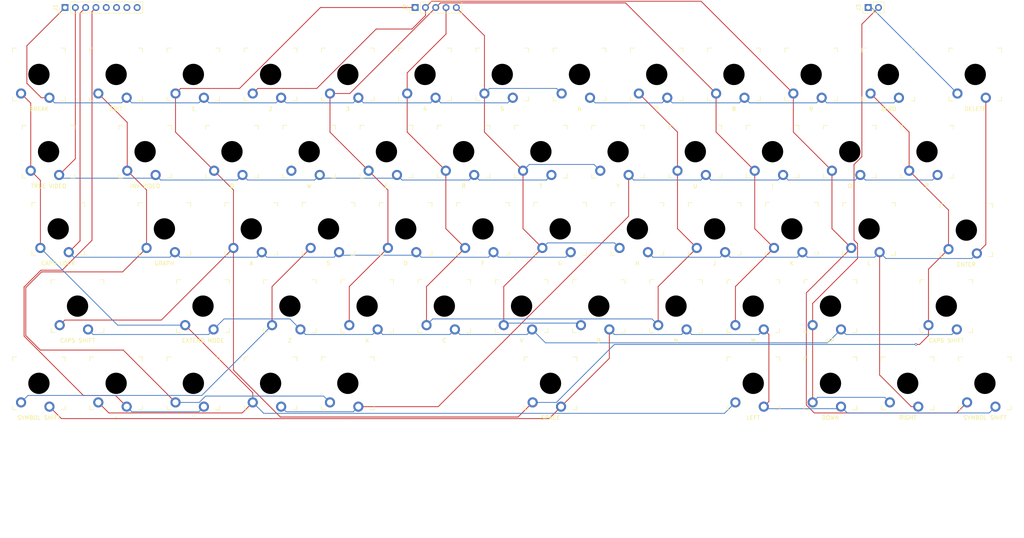
<source format=kicad_pcb>
(kicad_pcb (version 20241229) (generator "pcbnew") (generator_version "9.0")
  (title_block (title "ZX Spectrum Next Keyboard for Bare Board") (date "28/OCT/2025") (rev "A") (company "Brett Hallen") (comment 1 "www.youtube.com/@Brfff"))
  (layers (0 "F.Cu" signal) (2 "B.Cu" signal) (13 "F.Paste" user) (15 "B.Paste" user) (5 "F.SilkS" user "F.Silkscreen") (7 "B.SilkS" user "B.Silkscreen") (1 "F.Mask" user) (3 "B.Mask" user) (25 "Edge.Cuts" user))
  (net 0 "")
  (net 1 "COL3")
  (net 2 "COL8")
  (net 3 "COL4")
  (net 4 "COL7")
  (net 5 "COL1")
  (net 6 "COL6")
  (net 7 "COL2")
  (net 8 "COL5")
  (net 9 "ROW4")
  (net 10 "ROW5")
  (net 11 "ROW2")
  (net 12 "ROW3")
  (net 13 "ROW1")
  (net 14 "ROW6")
  (net 15 "ROW7")
  (footprint "Clueless_Engineer:SW_Gateron_LowProfile_THT" (layer "F.Cu") (at 92.1127 116.2)
    (property "Reference" "KD3" (hide yes))
    (property "Value" "Z")
  )
  (footprint "Clueless_Engineer:SW_Gateron_LowProfile_THT" (layer "F.Cu") (at 34.9626 97.15)
    (property "Reference" "KC1" (hide yes))
    (property "Value" "CAPS LOCK")
  )
  (footprint "Clueless_Engineer:SW_Gateron_LowProfile_THT" (layer "F.Cu") (at 206.4127 116.2)
    (property "Reference" "KD9" (hide yes))
    (property "Value" "M")
  )
  (footprint "Clueless_Engineer:SW_Gateron_LowProfile_THT" (layer "F.Cu") (at 168.3127 116.2)
    (property "Reference" "KD7" (hide yes))
    (property "Value" "B")
  )
  (footprint "Clueless_Engineer:SW_Gateron_LowProfile_THT" (layer "F.Cu") (at 68.3 135.25)
    (property "Reference" "KE3" (hide yes))
    (property "Value" "\"")
  )
  (footprint "Clueless_Engineer:SW_Gateron_LowProfile_THT" (layer "F.Cu") (at 49.25 59.05)
    (property "Reference" "KA2" (hide yes))
    (property "Value" "EDIT")
  )
  (footprint "Clueless_Engineer:SW_Gateron_LowProfile_THT" (layer "F.Cu") (at 192.125 78.1)
    (property "Reference" "KB9" (hide yes))
    (property "Value" "U")
  )
  (footprint "Clueless_Engineer:SW_Gateron_LowProfile_THT" (layer "F.Cu") (at 263.5627 135.25)
    (property "Reference" "KE13" (hide yes))
    (property "Value" "SYMBOL SHIFT")
  )
  (footprint "Clueless_Engineer:SW_Gateron_LowProfile_THT" (layer "F.Cu") (at 70.6814 116.2)
    (property "Reference" "KD2" (hide yes))
    (property "Value" "EXTEND MODE")
  )
  (footprint "Clueless_Engineer:SW_Gateron_LowProfile_THT" (layer "F.Cu") (at 187.3627 116.2)
    (property "Reference" "KD8" (hide yes))
    (property "Value" "N")
  )
  (footprint "Clueless_Engineer:SW_Gateron_LowProfile_THT" (layer "F.Cu") (at 32.5813 78.1)
    (property "Reference" "KB1" (hide yes))
    (property "Value" "TRUE VIDEO")
  )
  (footprint "Clueless_Engineer:SW_Gateron_LowProfile_THT" (layer "F.Cu") (at 163.55 59.05)
    (property "Reference" "KA8" (hide yes))
    (property "Value" "6")
  )
  (footprint "Clueless_Engineer:SW_Gateron_LowProfile_THT" (layer "F.Cu") (at 149.2627 116.2)
    (property "Reference" "KD6" (hide yes))
    (property "Value" "V")
  )
  (footprint "Clueless_Engineer:SW_Gateron_LowProfile_THT" (layer "F.Cu") (at 173.075 78.1)
    (property "Reference" "KB8" (hide yes))
    (property "Value" "Y")
  )
  (footprint "Clueless_Engineer:SW_Gateron_LowProfile_THT" (layer "F.Cu") (at 196.8876 97.15)
    (property "Reference" "KC9" (hide yes))
    (property "Value" "J")
  )
  (footprint "Clueless_Engineer:SW_Gateron_LowProfile_THT" (layer "F.Cu") (at 56.3938 78.1)
    (property "Reference" "KB2" (hide yes))
    (property "Value" "INV VIDEO")
  )
  (footprint "Clueless_Engineer:SW_Gateron_LowProfile_THT" (layer "F.Cu") (at 101.6376 97.15)
    (property "Reference" "KC4" (hide yes))
    (property "Value" "S")
  )
  (footprint "Clueless_Engineer:SW_Gateron_LowProfile_THT" (layer "F.Cu") (at 156.4 135.25)
    (property "Reference" "KE6" (hide yes))
    (property "Value" "SPACE")
  )
  (footprint "Clueless_Engineer:SW_Gateron_LowProfile_THT" (layer "F.Cu") (at 139.7376 97.15)
    (property "Reference" "KC6" (hide yes))
    (property "Value" "F")
  )
  (footprint "Clueless_Engineer:SW_Gateron_LowProfile_THT" (layer "F.Cu") (at 230.225 78.1)
    (property "Reference" "KB11" (hide yes))
    (property "Value" "O")
  )
  (footprint "Clueless_Engineer:SW_Gateron_LowProfile_THT" (layer "F.Cu") (at 96.875 78.1)
    (property "Reference" "KB4" (hide yes))
    (property "Value" "W")
  )
  (footprint "Clueless_Engineer:SW_Gateron_LowProfile_THT" (layer "F.Cu") (at 201.65 59.05)
    (property "Reference" "KA10" (hide yes))
    (property "Value" "8")
  )
  (footprint "Clueless_Engineer:SW_Gateron_LowProfile_THT" (layer "F.Cu") (at 120.6876 97.15)
    (property "Reference" "KC5" (hide yes))
    (property "Value" "D")
  )
  (footprint "Clueless_Engineer:SW_Gateron_LowProfile_THT" (layer "F.Cu") (at 215.9376 97.15)
    (property "Reference" "KC10" (hide yes))
    (property "Value" "K")
  )
  (footprint "Connector_PinHeader_2.54mm:PinHeader_1x08_P2.54mm_Vertical" (layer "F.Cu") (at 36.65 42.55 90)
    (property "Reference" "J1")
    (property "Value" "TOP")
  )
  (footprint "Clueless_Engineer:SW_Gateron_LowProfile_THT" (layer "F.Cu") (at 82.5876 97.15)
    (property "Reference" "KC3" (hide yes))
    (property "Value" "A")
  )
  (footprint "Clueless_Engineer:SW_Gateron_LowProfile_THT" (layer "F.Cu") (at 234.9876 97.15)
    (property "Reference" "KC11" (hide yes))
    (property "Value" "L")
  )
  (footprint "Clueless_Engineer:SW_Gateron_LowProfile_THT" (layer "F.Cu") (at 249.275 78.1)
    (property "Reference" "KB12" (hide yes))
    (property "Value" "P")
  )
  (footprint "Clueless_Engineer:SW_Gateron_LowProfile_THT" (layer "F.Cu") (at 115.925 78.1)
    (property "Reference" "KB5" (hide yes))
    (property "Value" "E")
  )
  (footprint "Clueless_Engineer:SW_Gateron_LowProfile_THT" (layer "F.Cu") (at 211.175 78.1)
    (property "Reference" "KB10" (hide yes))
    (property "Value" "I")
  )
  (footprint "Clueless_Engineer:SW_Gateron_LowProfile_THT" (layer "F.Cu") (at 87.35 59.05)
    (property "Reference" "KA4" (hide yes))
    (property "Value" "2")
  )
  (footprint "Clueless_Engineer:SW_Gateron_LowProfile_THT" (layer "F.Cu") (at 225.4627 116.2)
    (property "Reference" "KD10" (hide yes))
    (property "Value" "UP")
  )
  (footprint "Clueless_Engineer:SW_Gateron_LowProfile_THT" (layer "F.Cu") (at 182.6 59.05)
    (property "Reference" "KA9" (hide yes))
    (property "Value" "7")
  )
  (footprint "Clueless_Engineer:SW_Gateron_LowProfile_THT" (layer "F.Cu") (at 154.025 78.1)
    (property "Reference" "KB7" (hide yes))
    (property "Value" "T")
  )
  (footprint "Clueless_Engineer:SW_Gateron_LowProfile_THT" (layer "F.Cu") (at 106.4 59.05)
    (property "Reference" "KA5" (hide yes))
    (property "Value" "3")
  )
  (footprint "Clueless_Engineer:SW_Gateron_LowProfile_THT" (layer "F.Cu") (at 106.4 135.25)
    (property "Reference" "KE5" (hide yes))
    (property "Value" ".")
  )
  (footprint "Clueless_Engineer:SW_Gateron_LowProfile_THT" (layer "F.Cu") (at 144.5 59.05)
    (property "Reference" "KA7" (hide yes))
    (property "Value" "5")
  )
  (footprint "Clueless_Engineer:SW_Gateron_LowProfile_THT" (layer "F.Cu") (at 61.1564 97.15)
    (property "Reference" "KC2" (hide yes))
    (property "Value" "GRAPH")
  )
  (footprint "Clueless_Engineer:SW_Gateron_LowProfile_THT" (layer "F.Cu") (at 30.2 59.05)
    (property "Reference" "KA1" (hide yes))
    (property "Value" "BREAK")
  )
  (footprint "Clueless_Engineer:SW_Gateron_LowProfile_THT" (layer "F.Cu") (at 261.1813 59.05)
    (property "Reference" "KA13" (hide yes))
    (property "Value" "DELETE")
  )
  (footprint "Clueless_Engineer:SW_Gateron_LowProfile_THT" (layer "F.Cu") (at 206.4127 135.25)
    (property "Reference" "KE7" (hide yes))
    (property "Value" "LEFT")
  )
  (footprint "Clueless_Engineer:SW_Gateron_LowProfile_THT" (layer "F.Cu") (at 134.975 78.1)
    (property "Reference" "KB6" (hide yes))
    (property "Value" "R")
  )
  (footprint "Clueless_Engineer:SW_Gateron_LowProfile_THT" (layer "F.Cu") (at 39.7252 116.2)
    (property "Reference" "KD1" (hide yes))
    (property "Value" "CAPS SHIFT")
  )
  (footprint "Clueless_Engineer:SW_Gateron_LowProfile_THT" (layer "F.Cu") (at 130.2127 116.2)
    (property "Reference" "KD5" (hide yes))
    (property "Value" "C")
  )
  (footprint "Clueless_Engineer:SW_Gateron_LowProfile_THT" (layer "F.Cu") (at 125.45 59.05)
    (property "Reference" "KA6" (hide yes))
    (property "Value" "4")
  )
  (footprint "Clueless_Engineer:SW_Gateron_LowProfile_THT" (layer "F.Cu") (at 77.825 78.1)
    (property "Reference" "KB3" (hide yes))
    (property "Value" "Q")
  )
  (footprint "Clueless_Engineer:SW_Gateron_LowProfile_THT" (layer "F.Cu") (at 254.0377 116.2)
    (property "Reference" "KD11" (hide yes))
    (property "Value" "CAPS SHIFT")
  )
  (footprint "Clueless_Engineer:SW_Gateron_LowProfile_THT" (layer "F.Cu") (at 244.5127 135.25)
    (property "Reference" "KE9" (hide yes))
    (property "Value" "RIGHT")
  )
  (footprint "Clueless_Engineer:SW_Gateron_LowProfile_THT" (layer "F.Cu") (at 220.7 59.05)
    (property "Reference" "KA11" (hide yes))
    (property "Value" "9")
  )
  (footprint "Connector_PinHeader_2.54mm:PinHeader_1x05_P2.54mm_Vertical" (layer "F.Cu") (at 123.01 42.55 90)
    (property "Reference" "J2")
    (property "Value" "BOT")
  )
  (footprint "Clueless_Engineer:SW_Gateron_LowProfile_THT" (layer "F.Cu") (at 68.3 59.05)
    (property "Reference" "KA3" (hide yes))
    (property "Value" "1")
  )
  (footprint "Clueless_Engineer:SW_Gateron_LowProfile_THT" (layer "F.Cu") (at 87.35 135.25)
    (property "Reference" "KE4" (hide yes))
    (property "Value" ",")
  )
  (footprint "Clueless_Engineer:SW_Gateron_LowProfile_THT" (layer "F.Cu") (at 258.979742 97.45242)
    (property "Reference" "KB13" (hide yes))
    (property "Value" "ENTER")
  )
  (footprint "Clueless_Engineer:SW_Gateron_LowProfile_THT" (layer "F.Cu") (at 225.4627 135.25)
    (property "Reference" "KE8" (hide yes))
    (property "Value" "DOWN")
  )
  (footprint "Clueless_Engineer:SW_Gateron_LowProfile_THT" (layer "F.Cu") (at 158.7876 97.15)
    (property "Reference" "KC7" (hide yes))
    (property "Value" "G")
  )
  (footprint "Clueless_Engineer:SW_Gateron_LowProfile_THT" (layer "F.Cu") (at 30.2 135.25)
    (property "Reference" "KE1" (hide yes))
    (property "Value" "SYMBOL SHIFT")
  )
  (footprint "Clueless_Engineer:SW_Gateron_LowProfile_THT" (layer "F.Cu") (at 239.75 59.05)
    (property "Reference" "KA12" (hide yes))
    (property "Value" "ZERO")
  )
  (footprint "Connector_PinHeader_2.54mm:PinHeader_1x02_P2.54mm_Vertical" (layer "F.Cu") (at 234.77 42.55 90)
    (property "Reference" "J3")
    (property "Value" "2PIN")
  )
  (footprint "Clueless_Engineer:SW_Gateron_LowProfile_THT" (layer "F.Cu") (at 111.1627 116.2)
    (property "Reference" "KD4" (hide yes))
    (property "Value" "X")
  )
  (footprint "Clueless_Engineer:SW_Gateron_LowProfile_THT" (layer "F.Cu") (at 49.25 135.25)
    (property "Reference" "KE2" (hide yes))
    (property "Value" ";")
  )
  (footprint "Clueless_Engineer:SW_Gateron_LowProfile_THT" (layer "F.Cu") (at 177.8376 97.15)
    (property "Reference" "KC8" (hide yes))
    (property "Value" "H")
  )
  (segment (start 41.73 42.55) (end 40.35 43.93) (width 0.2) (layer "F.Cu") (net 1))
  (segment (start 40.35 100.1126) (end 37.5626 102.9) (width 0.2) (layer "F.Cu") (net 1))
  (segment (start 40.35 43.93) (end 40.35 100.1126) (width 0.2) (layer "F.Cu") (net 1))
  (segment (start 83.937601 104.149999) (end 85.1876 102.9) (width 0.2) (layer "B.Cu") (net 1))
  (segment (start 38.812599 104.149999) (end 62.506401 104.149999) (width 0.2) (layer "B.Cu") (net 1))
  (segment (start 143.587599 104.149999) (end 142.3376 102.9) (width 0.2) (layer "B.Cu") (net 1))
  (segment (start 85.1876 102.9) (end 86.437599 104.149999) (width 0.2) (layer "B.Cu") (net 1))
  (segment (start 160.137601 104.149999) (end 143.587599 104.149999) (width 0.2) (layer "B.Cu") (net 1))
  (segment (start 63.7564 102.9) (end 65.006399 104.149999) (width 0.2) (layer "B.Cu") (net 1))
  (segment (start 104.2376 102.9) (end 104.9876 103.65) (width 0.2) (layer "B.Cu") (net 1))
  (segment (start 104.9876 103.65) (end 122.5376 103.65) (width 0.2) (layer "B.Cu") (net 1))
  (segment (start 124.537599 104.149999) (end 141.087601 104.149999) (width 0.2) (layer "B.Cu") (net 1))
  (segment (start 65.006399 104.149999) (end 83.937601 104.149999) (width 0.2) (layer "B.Cu") (net 1))
  (segment (start 86.437599 104.149999) (end 102.987601 104.149999) (width 0.2) (layer "B.Cu") (net 1))
  (segment (start 161.3876 102.9) (end 160.137601 104.149999) (width 0.2) (layer "B.Cu") (net 1))
  (segment (start 102.987601 104.149999) (end 104.2376 102.9) (width 0.2) (layer "B.Cu") (net 1))
  (segment (start 123.2876 102.9) (end 124.537599 104.149999) (width 0.2) (layer "B.Cu") (net 1))
  (segment (start 37.5626 102.9) (end 38.812599 104.149999) (width 0.2) (layer "B.Cu") (net 1))
  (segment (start 122.5376 103.65) (end 123.2876 102.9) (width 0.2) (layer "B.Cu") (net 1))
  (segment (start 62.506401 104.149999) (end 63.7564 102.9) (width 0.2) (layer "B.Cu") (net 1))
  (segment (start 141.087601 104.149999) (end 142.3376 102.9) (width 0.2) (layer "B.Cu") (net 1))
  (segment (start 210.262699 139.750001) (end 209.0127 141) (width 0.2) (layer "F.Cu") (net 2))
  (segment (start 170.9127 129.0873) (end 159 141) (width 0.2) (layer "F.Cu") (net 2))
  (segment (start 209.0127 121.95) (end 210.262699 123.199999) (width 0.2) (layer "F.Cu") (net 2))
  (segment (start 35.751 143.951) (end 156.049 143.951) (width 0.2) (layer "F.Cu") (net 2))
  (segment (start 210.262699 123.199999) (end 210.262699 139.750001) (width 0.2) (layer "F.Cu") (net 2))
  (segment (start 170.9127 121.95) (end 170.9127 129.0873) (width 0.2) (layer "F.Cu") (net 2))
  (segment (start 32.8 141) (end 35.751 143.951) (width 0.2) (layer "F.Cu") (net 2))
  (segment (start 156.049 143.951) (end 159 141) (width 0.2) (layer "F.Cu") (net 2))
  (segment (start 191.212699 123.199999) (end 207.762701 123.199999) (width 0.2) (layer "B.Cu") (net 2))
  (segment (start 209.0127 141) (end 209.5137 141.501) (width 0.2) (layer "B.Cu") (net 2))
  (segment (start 188.712701 123.199999) (end 189.9627 121.95) (width 0.2) (layer "B.Cu") (net 2))
  (segment (start 229.6137 142.551) (end 264.6117 142.551) (width 0.2) (layer "B.Cu") (net 2))
  (segment (start 264.6117 142.551) (end 266.1627 141) (width 0.2) (layer "B.Cu") (net 2))
  (segment (start 189.9627 121.95) (end 191.212699 123.199999) (width 0.2) (layer "B.Cu") (net 2))
  (segment (start 207.762701 123.199999) (end 209.0127 121.95) (width 0.2) (layer "B.Cu") (net 2))
  (segment (start 209.5137 141.501) (end 227.5617 141.501) (width 0.2) (layer "B.Cu") (net 2))
  (segment (start 228.0627 141) (end 229.6137 142.551) (width 0.2) (layer "B.Cu") (net 2))
  (segment (start 170.9127 121.95) (end 172.162699 123.199999) (width 0.2) (layer "B.Cu") (net 2))
  (segment (start 227.5617 141.501) (end 228.0627 141) (width 0.2) (layer "B.Cu") (net 2))
  (segment (start 172.162699 123.199999) (end 188.712701 123.199999) (width 0.2) (layer "B.Cu") (net 2))
  (segment (start 41.1589 138.226) (end 49.076 138.226) (width 0.2) (layer "F.Cu") (net 3))
  (segment (start 52.226 140.624) (end 51.85 141) (width 0.2) (layer "F.Cu") (net 3))
  (segment (start 26.549 123.6161) (end 41.1589 138.226) (width 0.2) (layer "F.Cu") (net 3))
  (segment (start 30.6839 107.349) (end 26.549 111.4839) (width 0.2) (layer "F.Cu") (net 3))
  (segment (start 26.549 111.4839) (end 26.549 123.6161) (width 0.2) (layer "F.Cu") (net 3))
  (segment (start 49.076 138.226) (end 51.85 141) (width 0.2) (layer "F.Cu") (net 3))
  (segment (start 43.299 99.9577) (end 35.9077 107.349) (width 0.2) (layer "F.Cu") (net 3))
  (segment (start 35.9077 107.349) (end 30.6839 107.349) (width 0.2) (layer "F.Cu") (net 3))
  (segment (start 44.27 42.55) (end 43.299 43.521) (width 0.2) (layer "F.Cu") (net 3))
  (segment (start 43.299 43.521) (end 43.299 99.9577) (width 0.2) (layer "F.Cu") (net 3))
  (segment (start 222.050001 66.049999) (end 205.499999 66.049999) (width 0.2) (layer "B.Cu") (net 3))
  (segment (start 224.549999 66.049999) (end 223.3 64.8) (width 0.2) (layer "B.Cu") (net 3))
  (segment (start 186.449999 66.049999) (end 203.000001 66.049999) (width 0.2) (layer "B.Cu") (net 3))
  (segment (start 167.399999 66.049999) (end 183.950001 66.049999) (width 0.2) (layer "B.Cu") (net 3))
  (segment (start 242.35 64.8) (end 241.100001 66.049999) (width 0.2) (layer "B.Cu") (net 3))
  (segment (start 166.15 64.8) (end 167.399999 66.049999) (width 0.2) (layer "B.Cu") (net 3))
  (segment (start 51.85 141) (end 53.099999 142.249999) (width 0.2) (layer "B.Cu") (net 3))
  (segment (start 69.650001 142.249999) (end 70.9 141) (width 0.2) (layer "B.Cu") (net 3))
  (segment (start 205.499999 66.049999) (end 204.25 64.8) (width 0.2) (layer "B.Cu") (net 3))
  (segment (start 203.000001 66.049999) (end 204.25 64.8) (width 0.2) (layer "B.Cu") (net 3))
  (segment (start 223.3 64.8) (end 222.050001 66.049999) (width 0.2) (layer "B.Cu") (net 3))
  (segment (start 241.100001 66.049999) (end 224.549999 66.049999) (width 0.2) (layer "B.Cu") (net 3))
  (segment (start 185.2 64.8) (end 186.449999 66.049999) (width 0.2) (layer "B.Cu") (net 3))
  (segment (start 53.099999 142.249999) (end 69.650001 142.249999) (width 0.2) (layer "B.Cu") (net 3))
  (segment (start 183.950001 66.049999) (end 185.2 64.8) (width 0.2) (layer "B.Cu") (net 3))
  (segment (start 245.4 141) (end 247.1127 141) (width 0.2) (layer "F.Cu") (net 4))
  (segment (start 237.5876 102.9) (end 237.5876 133.1876) (width 0.2) (layer "F.Cu") (net 4))
  (segment (start 263.7813 101.000862) (end 261.579742 103.20242) (width 0.2) (layer "F.Cu") (net 4))
  (segment (start 263.7813 64.8) (end 263.7813 101.000862) (width 0.2) (layer "F.Cu") (net 4))
  (segment (start 237.5876 133.1876) (end 245.4 141) (width 0.2) (layer "F.Cu") (net 4))
  (segment (start 239.140019 104.452419) (end 237.5876 102.9) (width 0.2) (layer "B.Cu") (net 4))
  (segment (start 217.287601 104.149999) (end 200.737599 104.149999) (width 0.2) (layer "B.Cu") (net 4))
  (segment (start 237.5876 102.9) (end 236.337601 104.149999) (width 0.2) (layer "B.Cu") (net 4))
  (segment (start 261.579742 103.20242) (end 260.329743 104.452419) (width 0.2) (layer "B.Cu") (net 4))
  (segment (start 260.329743 104.452419) (end 239.140019 104.452419) (width 0.2) (layer "B.Cu") (net 4))
  (segment (start 199.4876 102.9) (end 198.237601 104.149999) (width 0.2) (layer "B.Cu") (net 4))
  (segment (start 219.787599 104.149999) (end 218.5376 102.9) (width 0.2) (layer "B.Cu") (net 4))
  (segment (start 198.237601 104.149999) (end 181.687599 104.149999) (width 0.2) (layer "B.Cu") (net 4))
  (segment (start 218.5376 102.9) (end 217.287601 104.149999) (width 0.2) (layer "B.Cu") (net 4))
  (segment (start 236.337601 104.149999) (end 219.787599 104.149999) (width 0.2) (layer "B.Cu") (net 4))
  (segment (start 200.737599 104.149999) (end 199.4876 102.9) (width 0.2) (layer "B.Cu") (net 4))
  (segment (start 181.687599 104.149999) (end 180.4376 102.9) (width 0.2) (layer "B.Cu") (net 4))
  (segment (start 27.224 51.976) (end 27.224 61.224) (width 0.2) (layer "F.Cu") (net 5))
  (segment (start 27.224 61.224) (end 30.8 64.8) (width 0.2) (layer "F.Cu") (net 5))
  (segment (start 36.65 42.55) (end 27.224 51.976) (width 0.2) (layer "F.Cu") (net 5))
  (segment (start 30.8 64.8) (end 32.8 64.8) (width 0.2) (layer "F.Cu") (net 5))
  (segment (start 126.800001 66.049999) (end 128.05 64.8) (width 0.2) (layer "B.Cu") (net 5))
  (segment (start 88.700001 66.049999) (end 89.95 64.8) (width 0.2) (layer "B.Cu") (net 5))
  (segment (start 50.600001 66.049999) (end 51.85 64.8) (width 0.2) (layer "B.Cu") (net 5))
  (segment (start 128.05 64.8) (end 129.299999 66.049999) (width 0.2) (layer "B.Cu") (net 5))
  (segment (start 69.650001 66.049999) (end 70.9 64.8) (width 0.2) (layer "B.Cu") (net 5))
  (segment (start 129.299999 66.049999) (end 145.850001 66.049999) (width 0.2) (layer "B.Cu") (net 5))
  (segment (start 107.750001 66.049999) (end 109 64.8) (width 0.2) (layer "B.Cu") (net 5))
  (segment (start 145.850001 66.049999) (end 147.1 64.8) (width 0.2) (layer "B.Cu") (net 5))
  (segment (start 53.099999 66.049999) (end 69.650001 66.049999) (width 0.2) (layer "B.Cu") (net 5))
  (segment (start 70.9 64.8) (end 72.149999 66.049999) (width 0.2) (layer "B.Cu") (net 5))
  (segment (start 110.249999 66.049999) (end 126.800001 66.049999) (width 0.2) (layer "B.Cu") (net 5))
  (segment (start 32.8 64.8) (end 34.049999 66.049999) (width 0.2) (layer "B.Cu") (net 5))
  (segment (start 91.199999 66.049999) (end 107.750001 66.049999) (width 0.2) (layer "B.Cu") (net 5))
  (segment (start 51.85 64.8) (end 53.099999 66.049999) (width 0.2) (layer "B.Cu") (net 5))
  (segment (start 72.149999 66.049999) (end 88.700001 66.049999) (width 0.2) (layer "B.Cu") (net 5))
  (segment (start 89.95 64.8) (end 91.199999 66.049999) (width 0.2) (layer "B.Cu") (net 5))
  (segment (start 109 64.8) (end 110.249999 66.049999) (width 0.2) (layer "B.Cu") (net 5))
  (segment (start 34.049999 66.049999) (end 50.600001 66.049999) (width 0.2) (layer "B.Cu") (net 5))
  (segment (start 72.2227 121.95) (end 73.2814 121.95) (width 0.2) (layer "F.Cu") (net 6))
  (segment (start 73.2814 121.95) (end 75.8824 119.349) (width 0.2) (layer "B.Cu") (net 6))
  (segment (start 155.1627 125.25) (end 151.8627 121.95) (width 0.2) (layer "B.Cu") (net 6))
  (segment (start 131.562701 123.199999) (end 132.8127 121.95) (width 0.2) (layer "B.Cu") (net 6))
  (segment (start 255.387701 123.199999) (end 229.312699 123.199999) (width 0.2) (layer "B.Cu") (net 6))
  (segment (start 112.512701 123.199999) (end 113.7627 121.95) (width 0.2) (layer "B.Cu") (net 6))
  (segment (start 150.612701 123.199999) (end 151.8627 121.95) (width 0.2) (layer "B.Cu") (net 6))
  (segment (start 75.8824 119.349) (end 92.1117 119.349) (width 0.2) (layer "B.Cu") (net 6))
  (segment (start 43.575199 123.199999) (end 72.031401 123.199999) (width 0.2) (layer "B.Cu") (net 6))
  (segment (start 94.7127 121.95) (end 95.962699 123.199999) (width 0.2) (layer "B.Cu") (net 6))
  (segment (start 224.7627 125.25) (end 155.1627 125.25) (width 0.2) (layer "B.Cu") (net 6))
  (segment (start 92.1117 119.349) (end 94.7127 121.95) (width 0.2) (layer "B.Cu") (net 6))
  (segment (start 134.062699 123.199999) (end 150.612701 123.199999) (width 0.2) (layer "B.Cu") (net 6))
  (segment (start 132.8127 121.95) (end 134.062699 123.199999) (width 0.2) (layer "B.Cu") (net 6))
  (segment (start 228.0627 121.95) (end 224.7627 125.25) (width 0.2) (layer "B.Cu") (net 6))
  (segment (start 113.7627 121.95) (end 115.012699 123.199999) (width 0.2) (layer "B.Cu") (net 6))
  (segment (start 72.031401 123.199999) (end 73.2814 121.95) (width 0.2) (layer "B.Cu") (net 6))
  (segment (start 229.312699 123.199999) (end 228.0627 121.95) (width 0.2) (layer "B.Cu") (net 6))
  (segment (start 95.962699 123.199999) (end 112.512701 123.199999) (width 0.2) (layer "B.Cu") (net 6))
  (segment (start 256.6377 121.95) (end 255.387701 123.199999) (width 0.2) (layer "B.Cu") (net 6))
  (segment (start 115.012699 123.199999) (end 131.562701 123.199999) (width 0.2) (layer "B.Cu") (net 6))
  (segment (start 42.3252 121.95) (end 43.575199 123.199999) (width 0.2) (layer "B.Cu") (net 6))
  (segment (start 39.19 42.55) (end 39.19 79.8413) (width 0.2) (layer "F.Cu") (net 7))
  (segment (start 39.19 79.8413) (end 35.1813 83.85) (width 0.2) (layer "F.Cu") (net 7))
  (segment (start 35.1813 83.85) (end 35.9813 84.65) (width 0.2) (layer "B.Cu") (net 7))
  (segment (start 58.1938 84.65) (end 58.9938 83.85) (width 0.2) (layer "B.Cu") (net 7))
  (segment (start 137.575 83.85) (end 138.824999 85.099999) (width 0.2) (layer "B.Cu") (net 7))
  (segment (start 155.375001 85.099999) (end 156.625 83.85) (width 0.2) (layer "B.Cu") (net 7))
  (segment (start 79.175001 85.099999) (end 80.425 83.85) (width 0.2) (layer "B.Cu") (net 7))
  (segment (start 136.325001 85.099999) (end 137.575 83.85) (width 0.2) (layer "B.Cu") (net 7))
  (segment (start 117.725 84.65) (end 118.525 83.85) (width 0.2) (layer "B.Cu") (net 7))
  (segment (start 99.475 83.85) (end 100.275 84.65) (width 0.2) (layer "B.Cu") (net 7))
  (segment (start 98.225001 85.099999) (end 99.475 83.85) (width 0.2) (layer "B.Cu") (net 7))
  (segment (start 119.774999 85.099999) (end 136.325001 85.099999) (width 0.2) (layer "B.Cu") (net 7))
  (segment (start 35.9813 84.65) (end 58.1938 84.65) (width 0.2) (layer "B.Cu") (net 7))
  (segment (start 60.243799 85.099999) (end 79.175001 85.099999) (width 0.2) (layer "B.Cu") (net 7))
  (segment (start 80.425 83.85) (end 81.674999 85.099999) (width 0.2) (layer "B.Cu") (net 7))
  (segment (start 58.9938 83.85) (end 60.243799 85.099999) (width 0.2) (layer "B.Cu") (net 7))
  (segment (start 138.824999 85.099999) (end 155.375001 85.099999) (width 0.2) (layer "B.Cu") (net 7))
  (segment (start 118.525 83.85) (end 119.774999 85.099999) (width 0.2) (layer "B.Cu") (net 7))
  (segment (start 100.275 84.65) (end 117.725 84.65) (width 0.2) (layer "B.Cu") (net 7))
  (segment (start 81.674999 85.099999) (end 98.225001 85.099999) (width 0.2) (layer "B.Cu") (net 7))
  (segment (start 128.7 141) (end 175.675 94.025) (width 0.2) (layer "F.Cu") (net 8))
  (segment (start 175.675 94.025) (end 175.675 83.85) (width 0.2) (layer "F.Cu") (net 8))
  (segment (start 109 141) (end 128.7 141) (width 0.2) (layer "F.Cu") (net 8))
  (segment (start 212.525001 85.099999) (end 213.775 83.85) (width 0.2) (layer "B.Cu") (net 8))
  (segment (start 232.825 83.85) (end 234.074999 85.099999) (width 0.2) (layer "B.Cu") (net 8))
  (segment (start 250.625001 85.099999) (end 251.875 83.85) (width 0.2) (layer "B.Cu") (net 8))
  (segment (start 107.750001 142.249999) (end 109 141) (width 0.2) (layer "B.Cu") (net 8))
  (segment (start 175.675 83.85) (end 176.924999 85.099999) (width 0.2) (layer "B.Cu") (net 8))
  (segment (start 176.924999 85.099999) (end 193.475001 85.099999) (width 0.2) (layer "B.Cu") (net 8))
  (segment (start 91.199999 142.249999) (end 107.750001 142.249999) (width 0.2) (layer "B.Cu") (net 8))
  (segment (start 89.95 141) (end 91.199999 142.249999) (width 0.2) (layer "B.Cu") (net 8))
  (segment (start 234.074999 85.099999) (end 250.625001 85.099999) (width 0.2) (layer "B.Cu") (net 8))
  (segment (start 194.725 83.85) (end 195.974999 85.099999) (width 0.2) (layer "B.Cu") (net 8))
  (segment (start 231.575001 85.099999) (end 232.825 83.85) (width 0.2) (layer "B.Cu") (net 8))
  (segment (start 195.974999 85.099999) (end 212.525001 85.099999) (width 0.2) (layer "B.Cu") (net 8))
  (segment (start 213.775 83.85) (end 215.024999 85.099999) (width 0.2) (layer "B.Cu") (net 8))
  (segment (start 193.475001 85.099999) (end 194.725 83.85) (width 0.2) (layer "B.Cu") (net 8))
  (segment (start 215.024999 85.099999) (end 231.575001 85.099999) (width 0.2) (layer "B.Cu") (net 8))
  (segment (start 192.4876 101.85) (end 182.9627 111.3749) (width 0.2) (layer "F.Cu") (net 9))
  (segment (start 130.63 49.07) (end 130.63 42.55) (width 0.2) (layer "F.Cu") (net 9))
  (segment (start 121.05 58.65) (end 130.63 49.07) (width 0.2) (layer "F.Cu") (net 9))
  (segment (start 125.8127 111.3749) (end 125.8127 120.9) (width 0.2) (layer "F.Cu") (net 9))
  (segment (start 182.9627 111.3749) (end 182.9627 120.9) (width 0.2) (layer "F.Cu") (net 9))
  (segment (start 187.725 97.0874) (end 192.4876 101.85) (width 0.2) (layer "F.Cu") (net 9))
  (segment (start 130.575 97.0874) (end 135.3376 101.85) (width 0.2) (layer "F.Cu") (net 9))
  (segment (start 121.05 63.75) (end 121.05 58.65) (width 0.2) (layer "F.Cu") (net 9))
  (segment (start 178.2 63.75) (end 187.725 73.275) (width 0.2) (layer "F.Cu") (net 9))
  (segment (start 135.3376 101.85) (end 125.8127 111.3749) (width 0.2) (layer "F.Cu") (net 9))
  (segment (start 187.725 73.275) (end 187.725 82.8) (width 0.2) (layer "F.Cu") (net 9))
  (segment (start 187.725 82.8) (end 187.725 97.0874) (width 0.2) (layer "F.Cu") (net 9))
  (segment (start 121.05 73.275) (end 130.575 82.8) (width 0.2) (layer "F.Cu") (net 9))
  (segment (start 121.05 63.75) (end 121.05 73.275) (width 0.2) (layer "F.Cu") (net 9))
  (segment (start 130.575 82.8) (end 130.575 97.0874) (width 0.2) (layer "F.Cu") (net 9))
  (segment (start 125.8127 120.9) (end 127.3637 119.349) (width 0.2) (layer "B.Cu") (net 9))
  (segment (start 127.3637 119.349) (end 181.4117 119.349) (width 0.2) (layer "B.Cu") (net 9))
  (segment (start 181.4117 119.349) (end 182.9627 120.9) (width 0.2) (layer "B.Cu") (net 9))
  (segment (start 140.1 49.48) (end 140.1 63.75) (width 0.2) (layer "F.Cu") (net 10))
  (segment (start 149.625 97.0874) (end 154.3876 101.85) (width 0.2) (layer "F.Cu") (net 10))
  (segment (start 144.8627 120.9) (end 144.8627 111.3749) (width 0.2) (layer "F.Cu") (net 10))
  (segment (start 140.1 73.275) (end 149.625 82.8) (width 0.2) (layer "F.Cu") (net 10))
  (segment (start 144.8627 111.3749) (end 154.3876 101.85) (width 0.2) (layer "F.Cu") (net 10))
  (segment (start 133.17 42.55) (end 140.1 49.48) (width 0.2) (layer "F.Cu") (net 10))
  (segment (start 140.1 63.75) (end 140.1 73.275) (width 0.2) (layer "F.Cu") (net 10))
  (segment (start 149.625 82.8) (end 149.625 97.0874) (width 0.2) (layer "F.Cu") (net 10))
  (segment (start 141.349999 62.500001) (end 157.900001 62.500001) (width 0.2) (layer "B.Cu") (net 10))
  (segment (start 144.8627 120.9) (end 145.3637 120.399) (width 0.2) (layer "B.Cu") (net 10))
  (segment (start 155.637599 100.600001) (end 154.3876 101.85) (width 0.2) (layer "B.Cu") (net 10))
  (segment (start 140.1 63.75) (end 141.349999 62.500001) (width 0.2) (layer "B.Cu") (net 10))
  (segment (start 167.125 81.25) (end 168.675 82.8) (width 0.2) (layer "B.Cu") (net 10))
  (segment (start 163.4117 120.399) (end 163.9127 120.9) (width 0.2) (layer "B.Cu") (net 10))
  (segment (start 173.4376 101.85) (end 172.187601 100.600001) (width 0.2) (layer "B.Cu") (net 10))
  (segment (start 145.3637 120.399) (end 163.4117 120.399) (width 0.2) (layer "B.Cu") (net 10))
  (segment (start 151.175 81.25) (end 167.125 81.25) (width 0.2) (layer "B.Cu") (net 10))
  (segment (start 149.625 82.8) (end 151.175 81.25) (width 0.2) (layer "B.Cu") (net 10))
  (segment (start 172.187601 100.600001) (end 155.637599 100.600001) (width 0.2) (layer "B.Cu") (net 10))
  (segment (start 157.900001 62.500001) (end 159.15 63.75) (width 0.2) (layer "B.Cu") (net 10))
  (segment (start 98.741299 62.500001) (end 113.3913 47.85) (width 0.2) (layer "F.Cu") (net 11))
  (segment (start 225.825 97.0874) (end 230.5876 101.85) (width 0.2) (layer "F.Cu") (net 11))
  (segment (start 221.470254 142.551) (end 219.5117 140.592446) (width 0.2) (layer "F.Cu") (net 11))
  (segment (start 125.55 44.5229) (end 125.55 42.55) (width 0.2) (layer "F.Cu") (net 11))
  (segment (start 256.5617 142.551) (end 221.470254 142.551) (width 0.2) (layer "F.Cu") (net 11))
  (segment (start 193.548 40.998) (end 216.3 63.75) (width 0.2) (layer "F.Cu") (net 11))
  (segment (start 87.7127 120.9) (end 87.7127 111.3749) (width 0.2) (layer "F.Cu") (net 11))
  (segment (start 82.95 63.75) (end 84.199999 62.500001) (width 0.2) (layer "F.Cu") (net 11))
  (segment (start 113.3913 47.85) (end 122.2229 47.85) (width 0.2) (layer "F.Cu") (net 11))
  (segment (start 127.102 40.998) (end 193.548 40.998) (width 0.2) (layer "F.Cu") (net 11))
  (segment (start 84.199999 62.500001) (end 98.741299 62.500001) (width 0.2) (layer "F.Cu") (net 11))
  (segment (start 219.5117 112.9259) (end 230.5876 101.85) (width 0.2) (layer "F.Cu") (net 11))
  (segment (start 216.3 63.75) (end 216.3 73.275) (width 0.2) (layer "F.Cu") (net 11))
  (segment (start 216.3 73.275) (end 225.825 82.8) (width 0.2) (layer "F.Cu") (net 11))
  (segment (start 259.1627 139.95) (end 256.5617 142.551) (width 0.2) (layer "F.Cu") (net 11))
  (segment (start 122.2229 47.85) (end 125.55 44.5229) (width 0.2) (layer "F.Cu") (net 11))
  (segment (start 125.55 42.55) (end 127.102 40.998) (width 0.2) (layer "F.Cu") (net 11))
  (segment (start 225.825 82.8) (end 225.825 97.0874) (width 0.2) (layer "F.Cu") (net 11))
  (segment (start 87.7127 111.3749) (end 97.2376 101.85) (width 0.2) (layer "F.Cu") (net 11))
  (segment (start 219.5117 140.592446) (end 219.5117 112.9259) (width 0.2) (layer "F.Cu") (net 11))
  (segment (start 70.3867 138.226) (end 87.7127 120.9) (width 0.2) (layer "B.Cu") (net 11))
  (segment (start 25.8 139.95) (end 27.524 138.226) (width 0.2) (layer "B.Cu") (net 11))
  (segment (start 27.524 138.226) (end 70.3867 138.226) (width 0.2) (layer "B.Cu") (net 11))
  (segment (start 174.899 41.399) (end 197.25 63.75) (width 0.2) (layer "F.Cu") (net 12))
  (segment (start 116.2876 101.85) (end 116.2876 87.5626) (width 0.2) (layer "F.Cu") (net 12))
  (segment (start 116.2876 87.5626) (end 111.525 82.8) (width 0.2) (layer "F.Cu") (net 12))
  (segment (start 102 73.275) (end 102 63.75) (width 0.2) (layer "F.Cu") (net 12))
  (segment (start 106.7627 120.9) (end 106.7627 111.3749) (width 0.2) (layer "F.Cu") (net 12))
  (segment (start 106.89 63.75) (end 128.09 42.55) (width 0.2) (layer "F.Cu") (net 12))
  (segment (start 197.25 73.275) (end 206.775 82.8) (width 0.2) (layer "F.Cu") (net 12))
  (segment (start 206.775 97.0874) (end 211.5376 101.85) (width 0.2) (layer "F.Cu") (net 12))
  (segment (start 211.5376 101.85) (end 202.0127 111.3749) (width 0.2) (layer "F.Cu") (net 12))
  (segment (start 197.25 63.75) (end 197.25 73.275) (width 0.2) (layer "F.Cu") (net 12))
  (segment (start 202.0127 111.3749) (end 202.0127 120.9) (width 0.2) (layer "F.Cu") (net 12))
  (segment (start 106.7627 111.3749) (end 116.2876 101.85) (width 0.2) (layer "F.Cu") (net 12))
  (segment (start 128.09 42.55) (end 129.241 41.399) (width 0.2) (layer "F.Cu") (net 12))
  (segment (start 206.775 82.8) (end 206.775 97.0874) (width 0.2) (layer "F.Cu") (net 12))
  (segment (start 102 63.75) (end 106.89 63.75) (width 0.2) (layer "F.Cu") (net 12))
  (segment (start 111.525 82.8) (end 102 73.275) (width 0.2) (layer "F.Cu") (net 12))
  (segment (start 129.241 41.399) (end 174.899 41.399) (width 0.2) (layer "F.Cu") (net 12))
  (segment (start 247.45 125.65) (end 246.55 125.65) (width 0.2) (layer "F.Cu") (net 13))
  (segment (start 148.4 143.55) (end 152 139.95) (width 0.2) (layer "F.Cu") (net 13))
  (segment (start 244.875 73.275) (end 235.35 63.75) (width 0.2) (layer "F.Cu") (net 13))
  (segment (start 78.1876 101.85) (end 78.1876 87.5626) (width 0.2) (layer "F.Cu") (net 13))
  (segment (start 78.1876 87.5626) (end 73.425 82.8) (width 0.2) (layer "F.Cu") (net 13))
  (segment (start 249.6377 120.9) (end 249.6377 123.4623) (width 0.2) (layer "F.Cu") (net 13))
  (segment (start 99.6413 42.55) (end 123.01 42.55) (width 0.2) (layer "F.Cu") (net 13))
  (segment (start 79.691299 62.500001) (end 99.6413 42.55) (width 0.2) (layer "F.Cu") (net 13))
  (segment (start 254.579742 92.504742) (end 244.875 82.8) (width 0.2) (layer "F.Cu") (net 13))
  (segment (start 249.6377 107.094462) (end 249.6377 120.9) (width 0.2) (layer "F.Cu") (net 13))
  (segment (start 254.579742 102.15242) (end 254.579742 92.504742) (width 0.2) (layer "F.Cu") (net 13))
  (segment (start 63.9 73.275) (end 63.9 63.75) (width 0.2) (layer "F.Cu") (net 13))
  (segment (start 36.575199 119.650001) (end 60.387599 119.650001) (width 0.2) (layer "F.Cu") (net 13))
  (segment (start 244.875 82.8) (end 244.875 73.275) (width 0.2) (layer "F.Cu") (net 13))
  (segment (start 65.149999 62.500001) (end 79.691299 62.500001) (width 0.2) (layer "F.Cu") (net 13))
  (segment (start 78.1876 131.9876) (end 89.75 143.55) (width 0.2) (layer "F.Cu") (net 13))
  (segment (start 63.9 63.75) (end 65.149999 62.500001) (width 0.2) (layer "F.Cu") (net 13))
  (segment (start 73.425 82.8) (end 63.9 73.275) (width 0.2) (layer "F.Cu") (net 13))
  (segment (start 249.6377 123.4623) (end 247.45 125.65) (width 0.2) (layer "F.Cu") (net 13))
  (segment (start 254.579742 102.15242) (end 249.6377 107.094462) (width 0.2) (layer "F.Cu") (net 13))
  (segment (start 78.1876 101.85) (end 78.1876 131.9876) (width 0.2) (layer "F.Cu") (net 13))
  (segment (start 60.387599 119.650001) (end 78.1876 101.85) (width 0.2) (layer "F.Cu") (net 13))
  (segment (start 35.3252 120.9) (end 36.575199 119.650001) (width 0.2) (layer "F.Cu") (net 13))
  (segment (start 89.75 143.55) (end 148.4 143.55) (width 0.2) (layer "F.Cu") (net 13))
  (via (at 246.55 125.65) (size 0.6) (drill 0.3) (layers "F.Cu" "B.Cu") (net 13))
  (segment (start 157.856554 139.95) (end 172.156554 125.65) (width 0.2) (layer "B.Cu") (net 13))
  (segment (start 172.156554 125.65) (end 246.55 125.65) (width 0.2) (layer "B.Cu") (net 13))
  (segment (start 152 139.95) (end 157.856554 139.95) (width 0.2) (layer "B.Cu") (net 13))
  (segment (start 80.349 142.551) (end 47.451 142.551) (width 0.2) (layer "F.Cu") (net 14))
  (segment (start 28.1813 66.1313) (end 25.8 63.75) (width 0.2) (layer "F.Cu") (net 14))
  (segment (start 30.5626 101.85) (end 30.5626 85.1813) (width 0.2) (layer "F.Cu") (net 14))
  (segment (start 30.5626 85.1813) (end 28.1813 82.8) (width 0.2) (layer "F.Cu") (net 14))
  (segment (start 28.1813 82.8) (end 28.1813 66.1313) (width 0.2) (layer "F.Cu") (net 14))
  (segment (start 47.451 142.551) (end 44.85 139.95) (width 0.2) (layer "F.Cu") (net 14))
  (segment (start 82.95 137.5686) (end 82.95 139.95) (width 0.2) (layer "F.Cu") (net 14))
  (segment (start 82.95 139.95) (end 80.349 142.551) (width 0.2) (layer "F.Cu") (net 14))
  (segment (start 66.2814 120.9) (end 82.95 137.5686) (width 0.2) (layer "F.Cu") (net 14))
  (segment (start 235.5813 42.55) (end 256.7813 63.75) (width 0.2) (layer "B.Cu") (net 14))
  (segment (start 85.650999 142.650999) (end 199.311701 142.650999) (width 0.2) (layer "B.Cu") (net 14))
  (segment (start 49.6126 120.9) (end 30.5626 101.85) (width 0.2) (layer "B.Cu") (net 14))
  (segment (start 199.311701 142.650999) (end 202.0127 139.95) (width 0.2) (layer "B.Cu") (net 14))
  (segment (start 234.77 42.55) (end 235.5813 42.55) (width 0.2) (layer "B.Cu") (net 14))
  (segment (start 82.95 139.95) (end 85.650999 142.650999) (width 0.2) (layer "B.Cu") (net 14))
  (segment (start 66.2814 120.9) (end 49.6126 120.9) (width 0.2) (layer "B.Cu") (net 14))
  (segment (start 221.0627 139.95) (end 221.0627 120.9) (width 0.2) (layer "F.Cu") (net 15))
  (segment (start 30.85 107.75) (end 26.95 111.65) (width 0.2) (layer "F.Cu") (net 15))
  (segment (start 51 127.05) (end 63.9 139.95) (width 0.2) (layer "F.Cu") (net 15))
  (segment (start 233.201 46.659) (end 237.31 42.55) (width 0.2) (layer "F.Cu") (net 15))
  (segment (start 56.7564 101.85) (end 50.8564 107.75) (width 0.2) (layer "F.Cu") (net 15))
  (segment (start 56.7564 87.5626) (end 51.9938 82.8) (width 0.2) (layer "F.Cu") (net 15))
  (segment (start 231.274 99.922) (end 231.274 81.2597) (width 0.2) (layer "F.Cu") (net 15))
  (segment (start 26.95 111.65) (end 26.95 123.45) (width 0.2) (layer "F.Cu") (net 15))
  (segment (start 221.0627 115.5373) (end 232.1386 104.4614) (width 0.2) (layer "F.Cu") (net 15))
  (segment (start 51.9938 70.8938) (end 44.85 63.75) (width 0.2) (layer "F.Cu") (net 15))
  (segment (start 231.274 81.2597) (end 233.201 79.3327) (width 0.2) (layer "F.Cu") (net 15))
  (segment (start 26.95 123.45) (end 30.55 127.05) (width 0.2) (layer "F.Cu") (net 15))
  (segment (start 30.55 127.05) (end 51 127.05) (width 0.2) (layer "F.Cu") (net 15))
  (segment (start 232.1386 100.7866) (end 231.274 99.922) (width 0.2) (layer "F.Cu") (net 15))
  (segment (start 232.1386 104.4614) (end 232.1386 100.7866) (width 0.2) (layer "F.Cu") (net 15))
  (segment (start 51.9938 82.8) (end 51.9938 70.8938) (width 0.2) (layer "F.Cu") (net 15))
  (segment (start 221.0627 120.9) (end 221.0627 115.5373) (width 0.2) (layer "F.Cu") (net 15))
  (segment (start 56.7564 101.85) (end 56.7564 87.5626) (width 0.2) (layer "F.Cu") (net 15))
  (segment (start 50.8564 107.75) (end 30.85 107.75) (width 0.2) (layer "F.Cu") (net 15))
  (segment (start 233.201 79.3327) (end 233.201 46.659) (width 0.2) (layer "F.Cu") (net 15))
  (segment (start 221.0627 139.95) (end 222.312699 138.700001) (width 0.2) (layer "B.Cu") (net 15))
  (segment (start 238.862701 138.700001) (end 240.1127 139.95) (width 0.2) (layer "B.Cu") (net 15))
  (segment (start 222.312699 138.700001) (end 238.862701 138.700001) (width 0.2) (layer "B.Cu") (net 15))
  (segment (start 63.9 139.95) (end 69.756554 139.95) (width 0.2) (layer "B.Cu") (net 15))
  (segment (start 71.307554 138.399) (end 100.449 138.399) (width 0.2) (layer "B.Cu") (net 15))
  (segment (start 100.449 138.399) (end 102 139.95) (width 0.2) (layer "B.Cu") (net 15))
  (segment (start 69.756554 139.95) (end 71.307554 138.399) (width 0.2) (layer "B.Cu") (net 15))
)
</source>
